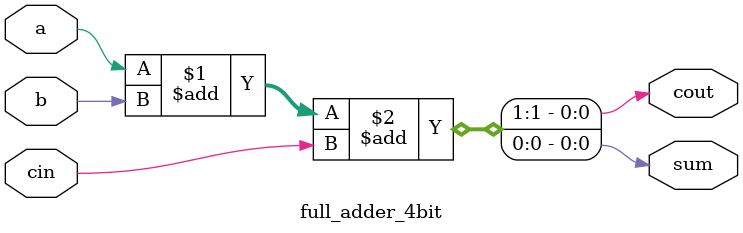
<source format=v>
module full_adder_4bit(a,b,cin,sum,cout);

input a,b,cin;
output sum,cout;

assign {cout,sum}=a+b+cin;

endmodule
</source>
